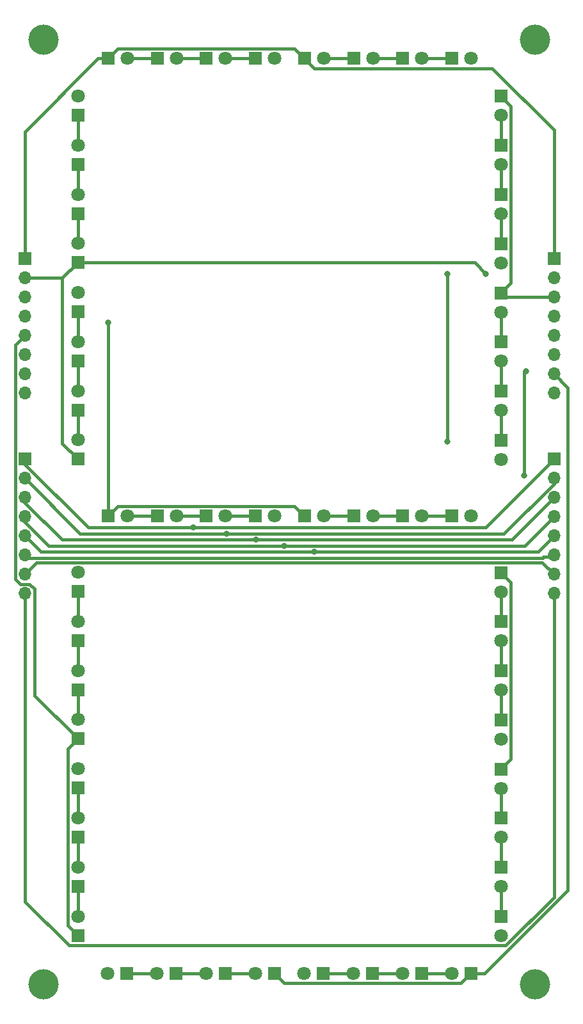
<source format=gbr>
%TF.GenerationSoftware,KiCad,Pcbnew,5.1.7-a382d34a8~87~ubuntu20.04.1*%
%TF.CreationDate,2020-10-21T09:53:45+02:00*%
%TF.ProjectId,7segment_part,37736567-6d65-46e7-945f-706172742e6b,rev?*%
%TF.SameCoordinates,Original*%
%TF.FileFunction,Copper,L2,Bot*%
%TF.FilePolarity,Positive*%
%FSLAX46Y46*%
G04 Gerber Fmt 4.6, Leading zero omitted, Abs format (unit mm)*
G04 Created by KiCad (PCBNEW 5.1.7-a382d34a8~87~ubuntu20.04.1) date 2020-10-21 09:53:45*
%MOMM*%
%LPD*%
G01*
G04 APERTURE LIST*
%TA.AperFunction,ComponentPad*%
%ADD10C,1.800000*%
%TD*%
%TA.AperFunction,ComponentPad*%
%ADD11R,1.800000X1.800000*%
%TD*%
%TA.AperFunction,ComponentPad*%
%ADD12O,1.700000X1.700000*%
%TD*%
%TA.AperFunction,ComponentPad*%
%ADD13R,1.700000X1.700000*%
%TD*%
%TA.AperFunction,ViaPad*%
%ADD14C,4.000000*%
%TD*%
%TA.AperFunction,ViaPad*%
%ADD15C,0.800000*%
%TD*%
%TA.AperFunction,Conductor*%
%ADD16C,0.400000*%
%TD*%
G04 APERTURE END LIST*
D10*
%TO.P,De1,2*%
%TO.N,Net-(De1-Pad2)*%
X89500000Y-145960000D03*
D11*
%TO.P,De1,1*%
%TO.N,Net-(De1-Pad1)*%
X89500000Y-148500000D03*
%TD*%
D10*
%TO.P,Dg2,2*%
%TO.N,Net-(Dg2-Pad2)*%
X132460000Y-153500000D03*
D11*
%TO.P,Dg2,1*%
%TO.N,Net-(Dg1-Pad2)*%
X135000000Y-153500000D03*
%TD*%
D10*
%TO.P,De6,2*%
%TO.N,Net-(De6-Pad2)*%
X89500000Y-113460000D03*
D11*
%TO.P,De6,1*%
%TO.N,Net-(De5-Pad2)*%
X89500000Y-116000000D03*
%TD*%
D10*
%TO.P,Da5,2*%
%TO.N,Net-(Da5-Pad2)*%
X122040000Y-32500000D03*
D11*
%TO.P,Da5,1*%
%TO.N,Net-(Da1-Pad1)*%
X119500000Y-32500000D03*
%TD*%
%TO.P,Da1,1*%
%TO.N,Net-(Da1-Pad1)*%
X93500000Y-32500000D03*
D10*
%TO.P,Da1,2*%
%TO.N,Net-(Da1-Pad2)*%
X96040000Y-32500000D03*
%TD*%
D11*
%TO.P,Da2,1*%
%TO.N,Net-(Da1-Pad2)*%
X100000000Y-32500000D03*
D10*
%TO.P,Da2,2*%
%TO.N,Net-(Da2-Pad2)*%
X102540000Y-32500000D03*
%TD*%
%TO.P,Da3,2*%
%TO.N,Net-(Da3-Pad2)*%
X109040000Y-32500000D03*
D11*
%TO.P,Da3,1*%
%TO.N,Net-(Da2-Pad2)*%
X106500000Y-32500000D03*
%TD*%
%TO.P,Da4,1*%
%TO.N,Net-(Da3-Pad2)*%
X113000000Y-32500000D03*
D10*
%TO.P,Da4,2*%
%TO.N,Net-(Da4-Pad2)*%
X115540000Y-32500000D03*
%TD*%
D11*
%TO.P,Da6,1*%
%TO.N,Net-(Da5-Pad2)*%
X126000000Y-32500000D03*
D10*
%TO.P,Da6,2*%
%TO.N,Net-(Da6-Pad2)*%
X128540000Y-32500000D03*
%TD*%
%TO.P,Da7,2*%
%TO.N,Net-(Da7-Pad2)*%
X135040000Y-32500000D03*
D11*
%TO.P,Da7,1*%
%TO.N,Net-(Da6-Pad2)*%
X132500000Y-32500000D03*
%TD*%
%TO.P,Da8,1*%
%TO.N,Net-(Da7-Pad2)*%
X139000000Y-32500000D03*
D10*
%TO.P,Da8,2*%
%TO.N,Net-(Da8-Pad2)*%
X141540000Y-32500000D03*
%TD*%
%TO.P,Db1,2*%
%TO.N,Net-(Db1-Pad2)*%
X89500000Y-82960000D03*
D11*
%TO.P,Db1,1*%
%TO.N,Net-(Db1-Pad1)*%
X89500000Y-85500000D03*
%TD*%
%TO.P,Db2,1*%
%TO.N,Net-(Db1-Pad2)*%
X89500000Y-79000000D03*
D10*
%TO.P,Db2,2*%
%TO.N,Net-(Db2-Pad2)*%
X89500000Y-76460000D03*
%TD*%
%TO.P,Db3,2*%
%TO.N,Net-(Db3-Pad2)*%
X89500000Y-69960000D03*
D11*
%TO.P,Db3,1*%
%TO.N,Net-(Db2-Pad2)*%
X89500000Y-72500000D03*
%TD*%
%TO.P,Db4,1*%
%TO.N,Net-(Db3-Pad2)*%
X89500000Y-66000000D03*
D10*
%TO.P,Db4,2*%
%TO.N,Net-(Db4-Pad2)*%
X89500000Y-63460000D03*
%TD*%
%TO.P,Db5,2*%
%TO.N,Net-(Db5-Pad2)*%
X89500000Y-56960000D03*
D11*
%TO.P,Db5,1*%
%TO.N,Net-(Db1-Pad1)*%
X89500000Y-59500000D03*
%TD*%
%TO.P,Db6,1*%
%TO.N,Net-(Db5-Pad2)*%
X89500000Y-53000000D03*
D10*
%TO.P,Db6,2*%
%TO.N,Net-(Db6-Pad2)*%
X89500000Y-50460000D03*
%TD*%
%TO.P,Db7,2*%
%TO.N,Net-(Db7-Pad2)*%
X89500000Y-43960000D03*
D11*
%TO.P,Db7,1*%
%TO.N,Net-(Db6-Pad2)*%
X89500000Y-46500000D03*
%TD*%
%TO.P,Db8,1*%
%TO.N,Net-(Db7-Pad2)*%
X89500000Y-40000000D03*
D10*
%TO.P,Db8,2*%
%TO.N,Net-(Db8-Pad2)*%
X89500000Y-37460000D03*
%TD*%
D11*
%TO.P,Dc1,1*%
%TO.N,Net-(Dc1-Pad1)*%
X145500000Y-37500000D03*
D10*
%TO.P,Dc1,2*%
%TO.N,Net-(Dc1-Pad2)*%
X145500000Y-40040000D03*
%TD*%
%TO.P,Dc2,2*%
%TO.N,Net-(Dc2-Pad2)*%
X145500000Y-46540000D03*
D11*
%TO.P,Dc2,1*%
%TO.N,Net-(Dc1-Pad2)*%
X145500000Y-44000000D03*
%TD*%
D10*
%TO.P,Dc3,2*%
%TO.N,Net-(Dc3-Pad2)*%
X145500000Y-53040000D03*
D11*
%TO.P,Dc3,1*%
%TO.N,Net-(Dc2-Pad2)*%
X145500000Y-50500000D03*
%TD*%
%TO.P,Dc4,1*%
%TO.N,Net-(Dc3-Pad2)*%
X145500000Y-57000000D03*
D10*
%TO.P,Dc4,2*%
%TO.N,Net-(Dc4-Pad2)*%
X145500000Y-59540000D03*
%TD*%
%TO.P,Dc5,2*%
%TO.N,Net-(Dc5-Pad2)*%
X145500000Y-66040000D03*
D11*
%TO.P,Dc5,1*%
%TO.N,Net-(Dc1-Pad1)*%
X145500000Y-63500000D03*
%TD*%
%TO.P,Dc6,1*%
%TO.N,Net-(Dc5-Pad2)*%
X145500000Y-70000000D03*
D10*
%TO.P,Dc6,2*%
%TO.N,Net-(Dc6-Pad2)*%
X145500000Y-72540000D03*
%TD*%
%TO.P,Dc7,2*%
%TO.N,Net-(Dc7-Pad2)*%
X145500000Y-79040000D03*
D11*
%TO.P,Dc7,1*%
%TO.N,Net-(Dc6-Pad2)*%
X145500000Y-76500000D03*
%TD*%
D10*
%TO.P,Dc8,2*%
%TO.N,Net-(Dc8-Pad2)*%
X145500000Y-85540000D03*
D11*
%TO.P,Dc8,1*%
%TO.N,Net-(Dc7-Pad2)*%
X145500000Y-83000000D03*
%TD*%
%TO.P,Dd1,1*%
%TO.N,Net-(Dd1-Pad1)*%
X93500000Y-93000000D03*
D10*
%TO.P,Dd1,2*%
%TO.N,Net-(Dd1-Pad2)*%
X96040000Y-93000000D03*
%TD*%
%TO.P,Dd2,2*%
%TO.N,Net-(Dd2-Pad2)*%
X102540000Y-93000000D03*
D11*
%TO.P,Dd2,1*%
%TO.N,Net-(Dd1-Pad2)*%
X100000000Y-93000000D03*
%TD*%
%TO.P,Dd3,1*%
%TO.N,Net-(Dd2-Pad2)*%
X106500000Y-93000000D03*
D10*
%TO.P,Dd3,2*%
%TO.N,Net-(Dd3-Pad2)*%
X109040000Y-93000000D03*
%TD*%
%TO.P,Dd4,2*%
%TO.N,Net-(Dd4-Pad2)*%
X115540000Y-93000000D03*
D11*
%TO.P,Dd4,1*%
%TO.N,Net-(Dd3-Pad2)*%
X113000000Y-93000000D03*
%TD*%
%TO.P,Dd5,1*%
%TO.N,Net-(Dd1-Pad1)*%
X119500000Y-93000000D03*
D10*
%TO.P,Dd5,2*%
%TO.N,Net-(Dd5-Pad2)*%
X122040000Y-93000000D03*
%TD*%
%TO.P,Dd6,2*%
%TO.N,Net-(Dd6-Pad2)*%
X128540000Y-93000000D03*
D11*
%TO.P,Dd6,1*%
%TO.N,Net-(Dd5-Pad2)*%
X126000000Y-93000000D03*
%TD*%
%TO.P,Dd7,1*%
%TO.N,Net-(Dd6-Pad2)*%
X132500000Y-93000000D03*
D10*
%TO.P,Dd7,2*%
%TO.N,Net-(Dd7-Pad2)*%
X135040000Y-93000000D03*
%TD*%
%TO.P,Dd8,2*%
%TO.N,Net-(Dd8-Pad2)*%
X141540000Y-93000000D03*
D11*
%TO.P,Dd8,1*%
%TO.N,Net-(Dd7-Pad2)*%
X139000000Y-93000000D03*
%TD*%
D10*
%TO.P,De2,2*%
%TO.N,Net-(De2-Pad2)*%
X89500000Y-139460000D03*
D11*
%TO.P,De2,1*%
%TO.N,Net-(De1-Pad2)*%
X89500000Y-142000000D03*
%TD*%
%TO.P,De3,1*%
%TO.N,Net-(De2-Pad2)*%
X89500000Y-135500000D03*
D10*
%TO.P,De3,2*%
%TO.N,Net-(De3-Pad2)*%
X89500000Y-132960000D03*
%TD*%
%TO.P,De4,2*%
%TO.N,Net-(De4-Pad2)*%
X89500000Y-126460000D03*
D11*
%TO.P,De4,1*%
%TO.N,Net-(De3-Pad2)*%
X89500000Y-129000000D03*
%TD*%
%TO.P,De5,1*%
%TO.N,Net-(De1-Pad1)*%
X89500000Y-122500000D03*
D10*
%TO.P,De5,2*%
%TO.N,Net-(De5-Pad2)*%
X89500000Y-119960000D03*
%TD*%
D11*
%TO.P,De7,1*%
%TO.N,Net-(De6-Pad2)*%
X89500000Y-109500000D03*
D10*
%TO.P,De7,2*%
%TO.N,Net-(De7-Pad2)*%
X89500000Y-106960000D03*
%TD*%
%TO.P,De8,2*%
%TO.N,Net-(De8-Pad2)*%
X89500000Y-100460000D03*
D11*
%TO.P,De8,1*%
%TO.N,Net-(De7-Pad2)*%
X89500000Y-103000000D03*
%TD*%
%TO.P,Df1,1*%
%TO.N,Net-(Df1-Pad1)*%
X145500000Y-100500000D03*
D10*
%TO.P,Df1,2*%
%TO.N,Net-(Df1-Pad2)*%
X145500000Y-103040000D03*
%TD*%
%TO.P,Df2,2*%
%TO.N,Net-(Df2-Pad2)*%
X145500000Y-109540000D03*
D11*
%TO.P,Df2,1*%
%TO.N,Net-(Df1-Pad2)*%
X145500000Y-107000000D03*
%TD*%
%TO.P,Df3,1*%
%TO.N,Net-(Df2-Pad2)*%
X145500000Y-113500000D03*
D10*
%TO.P,Df3,2*%
%TO.N,Net-(Df3-Pad2)*%
X145500000Y-116040000D03*
%TD*%
%TO.P,Df4,2*%
%TO.N,Net-(Df4-Pad2)*%
X145500000Y-122540000D03*
D11*
%TO.P,Df4,1*%
%TO.N,Net-(Df3-Pad2)*%
X145500000Y-120000000D03*
%TD*%
%TO.P,Df5,1*%
%TO.N,Net-(Df1-Pad1)*%
X145500000Y-126500000D03*
D10*
%TO.P,Df5,2*%
%TO.N,Net-(Df5-Pad2)*%
X145500000Y-129040000D03*
%TD*%
%TO.P,Df6,2*%
%TO.N,Net-(Df6-Pad2)*%
X145500000Y-135540000D03*
D11*
%TO.P,Df6,1*%
%TO.N,Net-(Df5-Pad2)*%
X145500000Y-133000000D03*
%TD*%
%TO.P,Df7,1*%
%TO.N,Net-(Df6-Pad2)*%
X145500000Y-139500000D03*
D10*
%TO.P,Df7,2*%
%TO.N,Net-(Df7-Pad2)*%
X145500000Y-142040000D03*
%TD*%
%TO.P,Df8,2*%
%TO.N,Net-(Df8-Pad2)*%
X145500000Y-148540000D03*
D11*
%TO.P,Df8,1*%
%TO.N,Net-(Df7-Pad2)*%
X145500000Y-146000000D03*
%TD*%
%TO.P,Dg1,1*%
%TO.N,Net-(Dg1-Pad1)*%
X141500000Y-153500000D03*
D10*
%TO.P,Dg1,2*%
%TO.N,Net-(Dg1-Pad2)*%
X138960000Y-153500000D03*
%TD*%
D11*
%TO.P,Dg3,1*%
%TO.N,Net-(Dg2-Pad2)*%
X128500000Y-153500000D03*
D10*
%TO.P,Dg3,2*%
%TO.N,Net-(Dg3-Pad2)*%
X125960000Y-153500000D03*
%TD*%
%TO.P,Dg4,2*%
%TO.N,Net-(Dg4-Pad2)*%
X119460000Y-153500000D03*
D11*
%TO.P,Dg4,1*%
%TO.N,Net-(Dg3-Pad2)*%
X122000000Y-153500000D03*
%TD*%
%TO.P,Dg5,1*%
%TO.N,Net-(Dg1-Pad1)*%
X115500000Y-153500000D03*
D10*
%TO.P,Dg5,2*%
%TO.N,Net-(Dg5-Pad2)*%
X112960000Y-153500000D03*
%TD*%
D11*
%TO.P,Dg6,1*%
%TO.N,Net-(Dg5-Pad2)*%
X109000000Y-153500000D03*
D10*
%TO.P,Dg6,2*%
%TO.N,Net-(Dg6-Pad2)*%
X106460000Y-153500000D03*
%TD*%
D11*
%TO.P,Dg7,1*%
%TO.N,Net-(Dg6-Pad2)*%
X102500000Y-153500000D03*
D10*
%TO.P,Dg7,2*%
%TO.N,Net-(Dg7-Pad2)*%
X99960000Y-153500000D03*
%TD*%
%TO.P,Dg8,2*%
%TO.N,Net-(Dg8-Pad2)*%
X93460000Y-153500000D03*
D11*
%TO.P,Dg8,1*%
%TO.N,Net-(Dg7-Pad2)*%
X96000000Y-153500000D03*
%TD*%
D12*
%TO.P,J1,8*%
%TO.N,Net-(J1-Pad8)*%
X152500000Y-76780000D03*
%TO.P,J1,7*%
%TO.N,Net-(Dg1-Pad1)*%
X152500000Y-74240000D03*
%TO.P,J1,6*%
%TO.N,Net-(Df1-Pad1)*%
X152500000Y-71700000D03*
%TO.P,J1,5*%
%TO.N,Net-(De1-Pad1)*%
X152500000Y-69160000D03*
%TO.P,J1,4*%
%TO.N,Net-(Dd1-Pad1)*%
X152500000Y-66620000D03*
%TO.P,J1,3*%
%TO.N,Net-(Dc1-Pad1)*%
X152500000Y-64080000D03*
%TO.P,J1,2*%
%TO.N,Net-(Db1-Pad1)*%
X152500000Y-61540000D03*
D13*
%TO.P,J1,1*%
%TO.N,Net-(Da1-Pad1)*%
X152500000Y-59000000D03*
%TD*%
%TO.P,J2,1*%
%TO.N,Net-(Da1-Pad1)*%
X82500000Y-59000000D03*
D12*
%TO.P,J2,2*%
%TO.N,Net-(Db1-Pad1)*%
X82500000Y-61540000D03*
%TO.P,J2,3*%
%TO.N,Net-(Dc1-Pad1)*%
X82500000Y-64080000D03*
%TO.P,J2,4*%
%TO.N,Net-(Dd1-Pad1)*%
X82500000Y-66620000D03*
%TO.P,J2,5*%
%TO.N,Net-(De1-Pad1)*%
X82500000Y-69160000D03*
%TO.P,J2,6*%
%TO.N,Net-(Df1-Pad1)*%
X82500000Y-71700000D03*
%TO.P,J2,7*%
%TO.N,Net-(Dg1-Pad1)*%
X82500000Y-74240000D03*
%TO.P,J2,8*%
%TO.N,Net-(J1-Pad8)*%
X82500000Y-76780000D03*
%TD*%
D13*
%TO.P,J3,1*%
%TO.N,Net-(J3-Pad1)*%
X152500000Y-85500000D03*
D12*
%TO.P,J3,2*%
%TO.N,Net-(J3-Pad2)*%
X152500000Y-88040000D03*
%TO.P,J3,3*%
%TO.N,Net-(J3-Pad3)*%
X152500000Y-90580000D03*
%TO.P,J3,4*%
%TO.N,Net-(J3-Pad4)*%
X152500000Y-93120000D03*
%TO.P,J3,5*%
%TO.N,Net-(J3-Pad5)*%
X152500000Y-95660000D03*
%TO.P,J3,6*%
%TO.N,Net-(J3-Pad6)*%
X152500000Y-98200000D03*
%TO.P,J3,7*%
%TO.N,Net-(J3-Pad7)*%
X152500000Y-100740000D03*
%TO.P,J3,8*%
%TO.N,Net-(J3-Pad8)*%
X152500000Y-103280000D03*
%TD*%
%TO.P,J4,8*%
%TO.N,Net-(J3-Pad8)*%
X82500000Y-103280000D03*
%TO.P,J4,7*%
%TO.N,Net-(J3-Pad7)*%
X82500000Y-100740000D03*
%TO.P,J4,6*%
%TO.N,Net-(J3-Pad6)*%
X82500000Y-98200000D03*
%TO.P,J4,5*%
%TO.N,Net-(J3-Pad5)*%
X82500000Y-95660000D03*
%TO.P,J4,4*%
%TO.N,Net-(J3-Pad4)*%
X82500000Y-93120000D03*
%TO.P,J4,3*%
%TO.N,Net-(J3-Pad3)*%
X82500000Y-90580000D03*
%TO.P,J4,2*%
%TO.N,Net-(J3-Pad2)*%
X82500000Y-88040000D03*
D13*
%TO.P,J4,1*%
%TO.N,Net-(J3-Pad1)*%
X82500000Y-85500000D03*
%TD*%
D14*
%TO.N,*%
X150000000Y-155000000D03*
X85000000Y-155000000D03*
X85000000Y-30000000D03*
X150000000Y-30000000D03*
D15*
%TO.N,Net-(J3-Pad1)*%
X104775000Y-94559989D03*
%TO.N,Net-(J3-Pad2)*%
X109220000Y-95359989D03*
%TO.N,Net-(J3-Pad3)*%
X113037510Y-96159989D03*
%TO.N,Net-(J3-Pad4)*%
X116840000Y-96959989D03*
%TO.N,Net-(J3-Pad5)*%
X120819979Y-97759989D03*
%TO.N,Net-(JP1-Pad1)*%
X138430000Y-60960000D03*
X138430000Y-83185000D03*
%TO.N,Net-(Db1-Pad1)*%
X143510000Y-60960000D03*
%TO.N,Net-(Dd1-Pad1)*%
X93504999Y-67469999D03*
%TO.N,Net-(Df1-Pad1)*%
X148590000Y-87630000D03*
X148770001Y-73840001D03*
%TD*%
D16*
%TO.N,Net-(J3-Pad1)*%
X82500000Y-86189998D02*
X82500000Y-85500000D01*
X90869991Y-94559989D02*
X82500000Y-86189998D01*
X104775000Y-94559989D02*
X90869991Y-94559989D01*
X143440011Y-94559989D02*
X152500000Y-85500000D01*
X104775000Y-94559989D02*
X143440011Y-94559989D01*
%TO.N,Net-(J3-Pad2)*%
X152500000Y-88729998D02*
X152500000Y-88040000D01*
X145870009Y-95359989D02*
X152500000Y-88729998D01*
X109220000Y-95359989D02*
X145870009Y-95359989D01*
X89819989Y-95359989D02*
X82500000Y-88040000D01*
X109220000Y-95359989D02*
X89819989Y-95359989D01*
%TO.N,Net-(J3-Pad3)*%
X82500000Y-91269998D02*
X82500000Y-90580000D01*
X87389991Y-96159989D02*
X82500000Y-91269998D01*
X113037510Y-96159989D02*
X87389991Y-96159989D01*
X146920011Y-96159989D02*
X152500000Y-90580000D01*
X113037510Y-96159989D02*
X146920011Y-96159989D01*
%TO.N,Net-(J3-Pad4)*%
X82500000Y-93809998D02*
X82500000Y-93120000D01*
X85649991Y-96959989D02*
X82500000Y-93809998D01*
X116840000Y-96959989D02*
X85649991Y-96959989D01*
X148660011Y-96959989D02*
X152500000Y-93120000D01*
X116840000Y-96959989D02*
X148660011Y-96959989D01*
%TO.N,Net-(J3-Pad5)*%
X84599989Y-97759989D02*
X82500000Y-95660000D01*
X120819979Y-97759989D02*
X84599989Y-97759989D01*
X150400011Y-97759989D02*
X152500000Y-95660000D01*
X120819979Y-97759989D02*
X150400011Y-97759989D01*
%TO.N,Net-(J3-Pad6)*%
X152500000Y-98200000D02*
X151990000Y-98200000D01*
X151990000Y-98200000D02*
X151765000Y-98425000D01*
X151130000Y-98425000D02*
X150995011Y-98559989D01*
X151765000Y-98425000D02*
X151130000Y-98425000D01*
X82859989Y-98559989D02*
X82500000Y-98200000D01*
X150995011Y-98559989D02*
X82859989Y-98559989D01*
%TO.N,Net-(J3-Pad7)*%
X84080001Y-99159999D02*
X150919999Y-99159999D01*
X150919999Y-99159999D02*
X152500000Y-100740000D01*
X82500000Y-100740000D02*
X84080001Y-99159999D01*
%TO.N,Net-(J3-Pad8)*%
X146124001Y-149840001D02*
X152500000Y-143464002D01*
X152500000Y-143464002D02*
X152500000Y-103280000D01*
X88319999Y-149840001D02*
X146124001Y-149840001D01*
X82500000Y-144020002D02*
X88319999Y-149840001D01*
X82500000Y-103280000D02*
X82500000Y-144020002D01*
%TO.N,Net-(JP1-Pad1)*%
X138430000Y-60960000D02*
X138430000Y-83185000D01*
%TO.N,Net-(Da1-Pad1)*%
X94800001Y-31199999D02*
X93500000Y-32500000D01*
X118199999Y-31199999D02*
X94800001Y-31199999D01*
X119500000Y-32500000D02*
X118199999Y-31199999D01*
X152500000Y-41979998D02*
X152500000Y-59000000D01*
X144320003Y-33800001D02*
X152500000Y-41979998D01*
X120800001Y-33800001D02*
X144320003Y-33800001D01*
X119500000Y-32500000D02*
X120800001Y-33800001D01*
X82500000Y-42200000D02*
X82500000Y-59000000D01*
X92200000Y-32500000D02*
X82500000Y-42200000D01*
X93500000Y-32500000D02*
X92200000Y-32500000D01*
%TO.N,Net-(Da1-Pad2)*%
X96040000Y-32500000D02*
X100000000Y-32500000D01*
%TO.N,Net-(Da2-Pad2)*%
X102540000Y-32500000D02*
X106500000Y-32500000D01*
%TO.N,Net-(Da3-Pad2)*%
X109040000Y-32500000D02*
X113000000Y-32500000D01*
%TO.N,Net-(Da5-Pad2)*%
X126000000Y-32500000D02*
X122040000Y-32500000D01*
%TO.N,Net-(Da6-Pad2)*%
X132500000Y-32500000D02*
X128540000Y-32500000D01*
%TO.N,Net-(Da7-Pad2)*%
X139000000Y-32500000D02*
X135040000Y-32500000D01*
%TO.N,Net-(Db1-Pad2)*%
X89500000Y-82960000D02*
X89500000Y-79000000D01*
%TO.N,Net-(Db1-Pad1)*%
X87460000Y-61540000D02*
X89500000Y-59500000D01*
X82500000Y-61540000D02*
X87460000Y-61540000D01*
X142050000Y-59500000D02*
X89500000Y-59500000D01*
X143510000Y-60960000D02*
X142050000Y-59500000D01*
X87460000Y-83460000D02*
X87460000Y-61540000D01*
X89500000Y-85500000D02*
X87460000Y-83460000D01*
%TO.N,Net-(Db2-Pad2)*%
X89500000Y-72500000D02*
X89500000Y-76460000D01*
%TO.N,Net-(Db3-Pad2)*%
X89500000Y-66000000D02*
X89500000Y-69960000D01*
%TO.N,Net-(Db5-Pad2)*%
X89500000Y-53000000D02*
X89500000Y-56960000D01*
%TO.N,Net-(Db6-Pad2)*%
X89500000Y-46500000D02*
X89500000Y-50460000D01*
%TO.N,Net-(Db7-Pad2)*%
X89500000Y-40000000D02*
X89500000Y-43960000D01*
%TO.N,Net-(Dc1-Pad1)*%
X146800001Y-38800001D02*
X145500000Y-37500000D01*
X146800001Y-62199999D02*
X146800001Y-38800001D01*
X145500000Y-63500000D02*
X146800001Y-62199999D01*
X146080000Y-64080000D02*
X145500000Y-63500000D01*
X152500000Y-64080000D02*
X146080000Y-64080000D01*
%TO.N,Net-(Dc1-Pad2)*%
X145500000Y-40040000D02*
X145500000Y-44000000D01*
%TO.N,Net-(Dc2-Pad2)*%
X145500000Y-46540000D02*
X145500000Y-50500000D01*
%TO.N,Net-(Dc3-Pad2)*%
X145500000Y-53040000D02*
X145500000Y-57000000D01*
%TO.N,Net-(Dc5-Pad2)*%
X145500000Y-66040000D02*
X145500000Y-70000000D01*
%TO.N,Net-(Dc6-Pad2)*%
X145500000Y-72540000D02*
X145500000Y-76500000D01*
%TO.N,Net-(Dc7-Pad2)*%
X145500000Y-79040000D02*
X145500000Y-83000000D01*
%TO.N,Net-(Dd1-Pad1)*%
X93500000Y-67474998D02*
X93504999Y-67469999D01*
X93500000Y-93000000D02*
X93500000Y-67474998D01*
X118199999Y-91699999D02*
X119500000Y-93000000D01*
X94800001Y-91699999D02*
X118199999Y-91699999D01*
X93500000Y-93000000D02*
X94800001Y-91699999D01*
%TO.N,Net-(Dd1-Pad2)*%
X100000000Y-93000000D02*
X96040000Y-93000000D01*
%TO.N,Net-(Dd2-Pad2)*%
X106500000Y-93000000D02*
X102540000Y-93000000D01*
%TO.N,Net-(Dd3-Pad2)*%
X113000000Y-93000000D02*
X109040000Y-93000000D01*
%TO.N,Net-(Dd5-Pad2)*%
X126000000Y-93000000D02*
X122040000Y-93000000D01*
%TO.N,Net-(Dd6-Pad2)*%
X132500000Y-93000000D02*
X128540000Y-93000000D01*
%TO.N,Net-(Dd7-Pad2)*%
X139000000Y-93000000D02*
X135040000Y-93000000D01*
%TO.N,Net-(De1-Pad2)*%
X89500000Y-145960000D02*
X89500000Y-142000000D01*
%TO.N,Net-(De1-Pad1)*%
X88199999Y-123800001D02*
X89500000Y-122500000D01*
X88199999Y-147199999D02*
X88199999Y-123800001D01*
X89500000Y-148500000D02*
X88199999Y-147199999D01*
X81249999Y-70410001D02*
X82500000Y-69160000D01*
X81249999Y-101379999D02*
X81249999Y-70410001D01*
X81899999Y-102029999D02*
X81249999Y-101379999D01*
X83100001Y-102029999D02*
X81899999Y-102029999D01*
X83750001Y-102679999D02*
X83100001Y-102029999D01*
X83750001Y-116750001D02*
X83750001Y-102679999D01*
X89500000Y-122500000D02*
X83750001Y-116750001D01*
%TO.N,Net-(De2-Pad2)*%
X89500000Y-139460000D02*
X89500000Y-135500000D01*
%TO.N,Net-(De3-Pad2)*%
X89500000Y-132960000D02*
X89500000Y-129000000D01*
%TO.N,Net-(De5-Pad2)*%
X89500000Y-116000000D02*
X89500000Y-119960000D01*
%TO.N,Net-(De6-Pad2)*%
X89500000Y-109500000D02*
X89500000Y-113460000D01*
%TO.N,Net-(De7-Pad2)*%
X89500000Y-103000000D02*
X89500000Y-106960000D01*
%TO.N,Net-(Df1-Pad1)*%
X146800001Y-125199999D02*
X145500000Y-126500000D01*
X146800001Y-101800001D02*
X146800001Y-125199999D01*
X145500000Y-100500000D02*
X146800001Y-101800001D01*
X148590000Y-74020002D02*
X148770001Y-73840001D01*
X148590000Y-87630000D02*
X148590000Y-74020002D01*
%TO.N,Net-(Df1-Pad2)*%
X145500000Y-107000000D02*
X145500000Y-103040000D01*
%TO.N,Net-(Df2-Pad2)*%
X145500000Y-113500000D02*
X145500000Y-109540000D01*
%TO.N,Net-(Df3-Pad2)*%
X145500000Y-120000000D02*
X145500000Y-116040000D01*
%TO.N,Net-(Df5-Pad2)*%
X145500000Y-133000000D02*
X145500000Y-129040000D01*
%TO.N,Net-(Df6-Pad2)*%
X145500000Y-139500000D02*
X145500000Y-135540000D01*
%TO.N,Net-(Df7-Pad2)*%
X145500000Y-146000000D02*
X145500000Y-142040000D01*
%TO.N,Net-(Dg1-Pad1)*%
X140199999Y-154800001D02*
X141500000Y-153500000D01*
X116800001Y-154800001D02*
X140199999Y-154800001D01*
X115500000Y-153500000D02*
X116800001Y-154800001D01*
X154305000Y-76045000D02*
X152500000Y-74240000D01*
X154305000Y-142507544D02*
X154305000Y-76045000D01*
X143312544Y-153500000D02*
X154305000Y-142507544D01*
X141500000Y-153500000D02*
X143312544Y-153500000D01*
%TO.N,Net-(Dg1-Pad2)*%
X138960000Y-153500000D02*
X135000000Y-153500000D01*
%TO.N,Net-(Dg2-Pad2)*%
X132460000Y-153500000D02*
X128500000Y-153500000D01*
%TO.N,Net-(Dg3-Pad2)*%
X125960000Y-153500000D02*
X122000000Y-153500000D01*
%TO.N,Net-(Dg5-Pad2)*%
X112960000Y-153500000D02*
X109000000Y-153500000D01*
%TO.N,Net-(Dg6-Pad2)*%
X106460000Y-153500000D02*
X102500000Y-153500000D01*
%TO.N,Net-(Dg7-Pad2)*%
X99960000Y-153500000D02*
X96000000Y-153500000D01*
%TD*%
M02*

</source>
